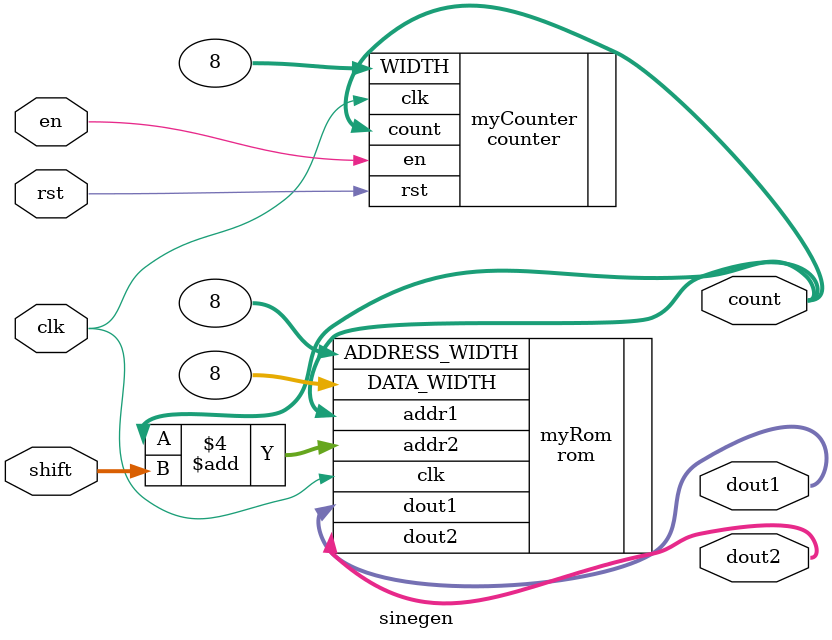
<source format=sv>
module sinegen #(
    parameter ADDRESS_WIDTH=8,
              DATA_WIDTH=8,
              WIDTH=8
)(
    input logic clk, // clock
    input logic rst, // reset
    input logic en, // en
    input logic [WIDTH-1:0] shift,
    output logic [DATA_WIDTH-1:0] dout1,
    output logic [DATA_WIDTH-1:0] dout2,
    output logic [WIDTH-1:0] count //count output
);

counter myCounter (
  .WIDTH (WIDTH),
  .clk (clk),
  .rst (rst),
  .en (en),
  .count (count)
);

rom myRom (
  .ADDRESS_WIDTH (ADDRESS_WIDTH),
  .DATA_WIDTH (DATA_WIDTH),
  .clk (clk),
  .addr1 (count),
  .addr2 (count+shift),
  .dout1 (dout1),
  .dout2 (dout2)
);

endmodule

</source>
